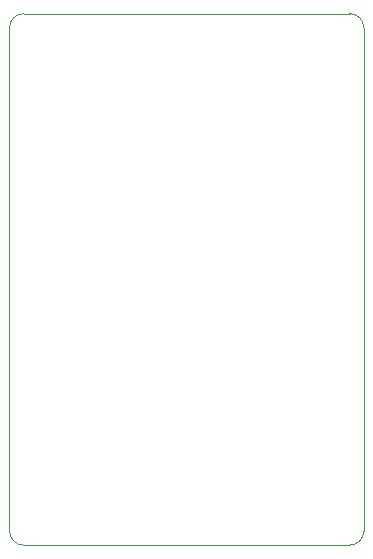
<source format=gm1>
G04*
G04 #@! TF.GenerationSoftware,Altium Limited,Altium NEXUS,5.1.2 (10)*
G04*
G04 Layer_Color=16711935*
%FSLAX25Y25*%
%MOIN*%
G70*
G04*
G04 #@! TF.SameCoordinates,614915EC-EFCC-4F07-BEE6-519DBFB5DABB*
G04*
G04*
G04 #@! TF.FilePolarity,Positive*
G04*
G01*
G75*
%ADD72C,0.00394*%
D72*
X113386Y0D02*
G03*
X118110Y4724I0J4724D01*
G01*
X0D02*
G03*
X4724Y0I4724J0D01*
G01*
X118110Y172441D02*
G03*
X113386Y177165I-4724J0D01*
G01*
X4724D02*
G03*
X0Y172441I0J-4724D01*
G01*
X4724Y177165D02*
X113386Y177165D01*
X4724Y0D02*
X113386Y0D01*
X0Y172441D02*
X0Y4724D01*
X118110Y172441D02*
X118110Y4724D01*
M02*

</source>
